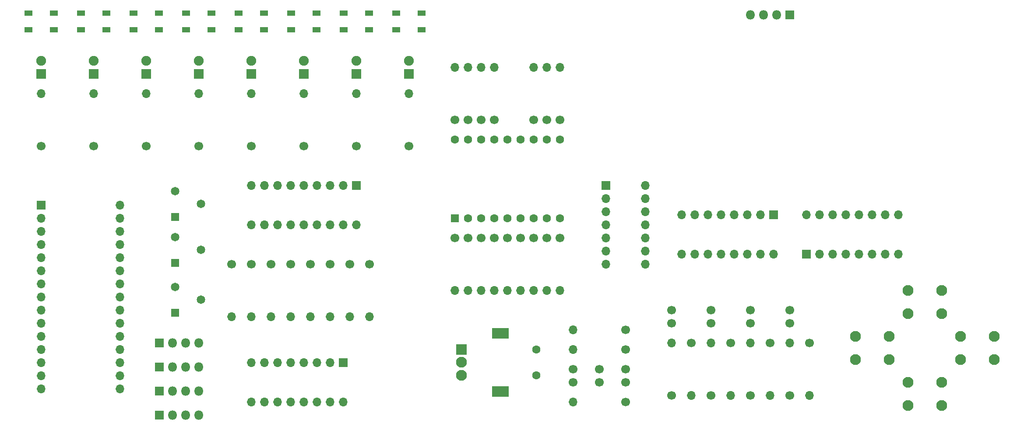
<source format=gts>
G04 #@! TF.GenerationSoftware,KiCad,Pcbnew,(5.1.6)-1*
G04 #@! TF.CreationDate,2020-05-23T11:28:19-07:00*
G04 #@! TF.ProjectId,NanoDemo,4e616e6f-4465-46d6-9f2e-6b696361645f,rev?*
G04 #@! TF.SameCoordinates,Original*
G04 #@! TF.FileFunction,Soldermask,Top*
G04 #@! TF.FilePolarity,Negative*
%FSLAX46Y46*%
G04 Gerber Fmt 4.6, Leading zero omitted, Abs format (unit mm)*
G04 Created by KiCad (PCBNEW (5.1.6)-1) date 2020-05-23 11:28:19*
%MOMM*%
%LPD*%
G01*
G04 APERTURE LIST*
%ADD10C,1.650000*%
%ADD11R,1.650000X1.650000*%
%ADD12O,1.700000X1.700000*%
%ADD13R,1.700000X1.700000*%
%ADD14O,1.800000X1.800000*%
%ADD15R,1.800000X1.800000*%
%ADD16C,1.700000*%
%ADD17C,1.600000*%
%ADD18R,1.600000X1.600000*%
%ADD19C,1.900000*%
%ADD20R,1.900000X1.900000*%
%ADD21R,2.100000X2.100000*%
%ADD22C,2.100000*%
%ADD23R,3.300000X2.100000*%
%ADD24R,1.600000X1.100000*%
G04 APERTURE END LIST*
D10*
G04 #@! TO.C,RV3*
X55038000Y-173268000D03*
D11*
X50038000Y-175768000D03*
D10*
X50038000Y-170768000D03*
G04 #@! TD*
G04 #@! TO.C,RV2*
X55038000Y-163616000D03*
D11*
X50038000Y-166116000D03*
D10*
X50038000Y-161116000D03*
G04 #@! TD*
G04 #@! TO.C,RV1*
X55038000Y-154726000D03*
D11*
X50038000Y-157226000D03*
D10*
X50038000Y-152226000D03*
G04 #@! TD*
D12*
G04 #@! TO.C,U1*
X140970000Y-151130000D03*
X133350000Y-166370000D03*
X140970000Y-153670000D03*
X133350000Y-163830000D03*
X140970000Y-156210000D03*
X133350000Y-161290000D03*
X140970000Y-158750000D03*
X133350000Y-158750000D03*
X140970000Y-161290000D03*
X133350000Y-156210000D03*
X140970000Y-163830000D03*
X133350000Y-153670000D03*
X140970000Y-166370000D03*
D13*
X133350000Y-151130000D03*
G04 #@! TD*
D14*
G04 #@! TO.C,J5*
X161290000Y-118110000D03*
X163830000Y-118110000D03*
X166370000Y-118110000D03*
D15*
X168910000Y-118110000D03*
G04 #@! TD*
D12*
G04 #@! TO.C,U6*
X172085000Y-156845000D03*
X189865000Y-164465000D03*
X174625000Y-156845000D03*
X187325000Y-164465000D03*
X177165000Y-156845000D03*
X184785000Y-164465000D03*
X179705000Y-156845000D03*
X182245000Y-164465000D03*
X182245000Y-156845000D03*
X179705000Y-164465000D03*
X184785000Y-156845000D03*
X177165000Y-164465000D03*
X187325000Y-156845000D03*
X174625000Y-164465000D03*
X189865000Y-156845000D03*
D13*
X172085000Y-164465000D03*
G04 #@! TD*
D12*
G04 #@! TO.C,R43*
X124460000Y-171450000D03*
D16*
X124460000Y-161290000D03*
G04 #@! TD*
D12*
G04 #@! TO.C,R42*
X119380000Y-171450000D03*
D16*
X119380000Y-161290000D03*
G04 #@! TD*
D12*
G04 #@! TO.C,R41*
X119380000Y-128270000D03*
D16*
X119380000Y-138430000D03*
G04 #@! TD*
D12*
G04 #@! TO.C,R40*
X114300000Y-171450000D03*
D16*
X114300000Y-161290000D03*
G04 #@! TD*
D12*
G04 #@! TO.C,R39*
X116840000Y-171450000D03*
D16*
X116840000Y-161290000D03*
G04 #@! TD*
D12*
G04 #@! TO.C,R38*
X121920000Y-171450000D03*
D16*
X121920000Y-161290000D03*
G04 #@! TD*
D12*
G04 #@! TO.C,R37*
X124460000Y-128270000D03*
D16*
X124460000Y-138430000D03*
G04 #@! TD*
D12*
G04 #@! TO.C,R36*
X121920000Y-128270000D03*
D16*
X121920000Y-138430000D03*
G04 #@! TD*
D12*
G04 #@! TO.C,R35*
X111760000Y-171450000D03*
D16*
X111760000Y-161290000D03*
G04 #@! TD*
D12*
G04 #@! TO.C,R34*
X106680000Y-128270000D03*
D16*
X106680000Y-138430000D03*
G04 #@! TD*
D12*
G04 #@! TO.C,R33*
X104140000Y-128270000D03*
D16*
X104140000Y-138430000D03*
G04 #@! TD*
D12*
G04 #@! TO.C,R32*
X104140000Y-171450000D03*
D16*
X104140000Y-161290000D03*
G04 #@! TD*
D12*
G04 #@! TO.C,R31*
X106680000Y-171450000D03*
D16*
X106680000Y-161290000D03*
G04 #@! TD*
D12*
G04 #@! TO.C,R30*
X109220000Y-171450000D03*
D16*
X109220000Y-161290000D03*
G04 #@! TD*
D12*
G04 #@! TO.C,R29*
X111760000Y-128270000D03*
D16*
X111760000Y-138430000D03*
G04 #@! TD*
D12*
G04 #@! TO.C,R28*
X109220000Y-128270000D03*
D16*
X109220000Y-138430000D03*
G04 #@! TD*
D14*
G04 #@! TO.C,J4*
X54610000Y-181630000D03*
X52070000Y-181630000D03*
X49530000Y-181630000D03*
D15*
X46990000Y-181630000D03*
G04 #@! TD*
D14*
G04 #@! TO.C,J3*
X54610000Y-186280000D03*
X52070000Y-186280000D03*
X49530000Y-186280000D03*
D15*
X46990000Y-186280000D03*
G04 #@! TD*
D14*
G04 #@! TO.C,J2*
X54610000Y-190930000D03*
X52070000Y-190930000D03*
X49530000Y-190930000D03*
D15*
X46990000Y-190930000D03*
G04 #@! TD*
D14*
G04 #@! TO.C,J1*
X54610000Y-195580000D03*
X52070000Y-195580000D03*
X49530000Y-195580000D03*
D15*
X46990000Y-195580000D03*
G04 #@! TD*
D12*
G04 #@! TO.C,U5*
X85090000Y-158750000D03*
X64770000Y-151130000D03*
X82550000Y-158750000D03*
X67310000Y-151130000D03*
X80010000Y-158750000D03*
X69850000Y-151130000D03*
X77470000Y-158750000D03*
X72390000Y-151130000D03*
X74930000Y-158750000D03*
X74930000Y-151130000D03*
X72390000Y-158750000D03*
X77470000Y-151130000D03*
X69850000Y-158750000D03*
X80010000Y-151130000D03*
X67310000Y-158750000D03*
X82550000Y-151130000D03*
X64770000Y-158750000D03*
D13*
X85090000Y-151130000D03*
G04 #@! TD*
D12*
G04 #@! TO.C,R27*
X87630000Y-176530000D03*
D16*
X87630000Y-166370000D03*
G04 #@! TD*
D12*
G04 #@! TO.C,R26*
X83820000Y-176530000D03*
D16*
X83820000Y-166370000D03*
G04 #@! TD*
D12*
G04 #@! TO.C,R25*
X80010000Y-176530000D03*
D16*
X80010000Y-166370000D03*
G04 #@! TD*
D12*
G04 #@! TO.C,R24*
X76200000Y-176530000D03*
D16*
X76200000Y-166370000D03*
G04 #@! TD*
D12*
G04 #@! TO.C,R23*
X72390000Y-176530000D03*
D16*
X72390000Y-166370000D03*
G04 #@! TD*
D12*
G04 #@! TO.C,R22*
X68580000Y-176530000D03*
D16*
X68580000Y-166370000D03*
G04 #@! TD*
D12*
G04 #@! TO.C,R21*
X64770000Y-176530000D03*
D16*
X64770000Y-166370000D03*
G04 #@! TD*
D12*
G04 #@! TO.C,R20*
X60960000Y-176530000D03*
D16*
X60960000Y-166370000D03*
G04 #@! TD*
D12*
G04 #@! TO.C,R19*
X24130000Y-133350000D03*
D16*
X24130000Y-143510000D03*
G04 #@! TD*
D12*
G04 #@! TO.C,R18*
X95250000Y-133350000D03*
D16*
X95250000Y-143510000D03*
G04 #@! TD*
D12*
G04 #@! TO.C,R17*
X85090000Y-133350000D03*
D16*
X85090000Y-143510000D03*
G04 #@! TD*
D12*
G04 #@! TO.C,R16*
X74930000Y-133350000D03*
D16*
X74930000Y-143510000D03*
G04 #@! TD*
D12*
G04 #@! TO.C,R15*
X64770000Y-133350000D03*
D16*
X64770000Y-143510000D03*
G04 #@! TD*
D12*
G04 #@! TO.C,R14*
X54610000Y-133350000D03*
D16*
X54610000Y-143510000D03*
G04 #@! TD*
D12*
G04 #@! TO.C,R13*
X44450000Y-133350000D03*
D16*
X44450000Y-143510000D03*
G04 #@! TD*
D12*
G04 #@! TO.C,R12*
X34290000Y-133350000D03*
D16*
X34290000Y-143510000D03*
G04 #@! TD*
D17*
G04 #@! TO.C,DS1*
X104140000Y-142240000D03*
X106680000Y-142240000D03*
X109220000Y-142240000D03*
X111760000Y-142240000D03*
X114300000Y-142240000D03*
X116840000Y-142240000D03*
X119380000Y-142240000D03*
X121920000Y-142240000D03*
X124460000Y-142240000D03*
X124460000Y-157480000D03*
X121920000Y-157480000D03*
X119380000Y-157480000D03*
X116840000Y-157480000D03*
X114300000Y-157480000D03*
X111760000Y-157480000D03*
X109220000Y-157480000D03*
X106680000Y-157480000D03*
D18*
X104140000Y-157480000D03*
G04 #@! TD*
D19*
G04 #@! TO.C,D16*
X95250000Y-127000000D03*
D20*
X95250000Y-129540000D03*
G04 #@! TD*
D19*
G04 #@! TO.C,D15*
X85090000Y-127000000D03*
D20*
X85090000Y-129540000D03*
G04 #@! TD*
D19*
G04 #@! TO.C,D14*
X74930000Y-127000000D03*
D20*
X74930000Y-129540000D03*
G04 #@! TD*
D19*
G04 #@! TO.C,D13*
X64770000Y-127000000D03*
D20*
X64770000Y-129540000D03*
G04 #@! TD*
D19*
G04 #@! TO.C,D12*
X54610000Y-127000000D03*
D20*
X54610000Y-129540000D03*
G04 #@! TD*
D19*
G04 #@! TO.C,D11*
X44450000Y-127000000D03*
D20*
X44450000Y-129540000D03*
G04 #@! TD*
D19*
G04 #@! TO.C,D10*
X34290000Y-127000000D03*
D20*
X34290000Y-129540000D03*
G04 #@! TD*
D21*
G04 #@! TO.C,SW4*
X105410000Y-182880000D03*
D22*
X105410000Y-185380000D03*
X105410000Y-187880000D03*
D23*
X112910000Y-179780000D03*
X112910000Y-190980000D03*
D17*
X119910000Y-182880000D03*
X119910000Y-187880000D03*
G04 #@! TD*
D19*
G04 #@! TO.C,D9*
X24130000Y-127000000D03*
D20*
X24130000Y-129540000D03*
G04 #@! TD*
D12*
G04 #@! TO.C,U4*
X165735000Y-164465000D03*
X147955000Y-156845000D03*
X163195000Y-164465000D03*
X150495000Y-156845000D03*
X160655000Y-164465000D03*
X153035000Y-156845000D03*
X158115000Y-164465000D03*
X155575000Y-156845000D03*
X155575000Y-164465000D03*
X158115000Y-156845000D03*
X153035000Y-164465000D03*
X160655000Y-156845000D03*
X150495000Y-164465000D03*
X163195000Y-156845000D03*
X147955000Y-164465000D03*
D13*
X165735000Y-156845000D03*
G04 #@! TD*
D12*
G04 #@! TO.C,U2*
X82550000Y-193040000D03*
X64770000Y-185420000D03*
X80010000Y-193040000D03*
X67310000Y-185420000D03*
X77470000Y-193040000D03*
X69850000Y-185420000D03*
X74930000Y-193040000D03*
X72390000Y-185420000D03*
X72390000Y-193040000D03*
X74930000Y-185420000D03*
X69850000Y-193040000D03*
X77470000Y-185420000D03*
X67310000Y-193040000D03*
X80010000Y-185420000D03*
X64770000Y-193040000D03*
D13*
X82550000Y-185420000D03*
G04 #@! TD*
D22*
G04 #@! TO.C,SW1*
X188110000Y-180340000D03*
X188110000Y-184840000D03*
X181610000Y-180340000D03*
X181610000Y-184840000D03*
G04 #@! TD*
G04 #@! TO.C,SW5*
X198270000Y-189230000D03*
X198270000Y-193730000D03*
X191770000Y-189230000D03*
X191770000Y-193730000D03*
G04 #@! TD*
G04 #@! TO.C,SW3*
X198270000Y-171450000D03*
X198270000Y-175950000D03*
X191770000Y-171450000D03*
X191770000Y-175950000D03*
G04 #@! TD*
G04 #@! TO.C,SW2*
X208430000Y-180340000D03*
X208430000Y-184840000D03*
X201930000Y-180340000D03*
X201930000Y-184840000D03*
G04 #@! TD*
D12*
G04 #@! TO.C,R11*
X146050000Y-181610000D03*
D16*
X146050000Y-191770000D03*
G04 #@! TD*
D12*
G04 #@! TO.C,R10*
X127000000Y-182880000D03*
D16*
X137160000Y-182880000D03*
G04 #@! TD*
D12*
G04 #@! TO.C,R9*
X149860000Y-191770000D03*
D16*
X149860000Y-181610000D03*
G04 #@! TD*
D12*
G04 #@! TO.C,R8*
X127000000Y-193040000D03*
D16*
X137160000Y-193040000D03*
G04 #@! TD*
D12*
G04 #@! TO.C,R7*
X161290000Y-181610000D03*
D16*
X161290000Y-191770000D03*
G04 #@! TD*
D12*
G04 #@! TO.C,R6*
X165100000Y-191770000D03*
D16*
X165100000Y-181610000D03*
G04 #@! TD*
D12*
G04 #@! TO.C,R5*
X127000000Y-179070000D03*
D16*
X137160000Y-179070000D03*
G04 #@! TD*
D12*
G04 #@! TO.C,R4*
X153670000Y-181610000D03*
D16*
X153670000Y-191770000D03*
G04 #@! TD*
D12*
G04 #@! TO.C,R3*
X157480000Y-191770000D03*
D16*
X157480000Y-181610000D03*
G04 #@! TD*
D12*
G04 #@! TO.C,R2*
X168910000Y-181610000D03*
D16*
X168910000Y-191770000D03*
G04 #@! TD*
D12*
G04 #@! TO.C,R1*
X172720000Y-191770000D03*
D16*
X172720000Y-181610000D03*
G04 #@! TD*
G04 #@! TO.C,C7*
X146050000Y-175300000D03*
X146050000Y-177800000D03*
G04 #@! TD*
G04 #@! TO.C,C6*
X132080000Y-186730000D03*
X132080000Y-189230000D03*
G04 #@! TD*
G04 #@! TO.C,C5*
X127000000Y-186730000D03*
X127000000Y-189230000D03*
G04 #@! TD*
G04 #@! TO.C,C4*
X161290000Y-175300000D03*
X161290000Y-177800000D03*
G04 #@! TD*
G04 #@! TO.C,C3*
X137160000Y-186730000D03*
X137160000Y-189230000D03*
G04 #@! TD*
G04 #@! TO.C,C2*
X153670000Y-175300000D03*
X153670000Y-177800000D03*
G04 #@! TD*
G04 #@! TO.C,C1*
X168910000Y-175300000D03*
X168910000Y-177800000D03*
G04 #@! TD*
D24*
G04 #@! TO.C,D8*
X92800000Y-117780000D03*
X92800000Y-120980000D03*
X97700000Y-117780000D03*
X97700000Y-120980000D03*
G04 #@! TD*
G04 #@! TO.C,D7*
X82640000Y-117780000D03*
X82640000Y-120980000D03*
X87540000Y-117780000D03*
X87540000Y-120980000D03*
G04 #@! TD*
G04 #@! TO.C,D6*
X72480000Y-117780000D03*
X72480000Y-120980000D03*
X77380000Y-117780000D03*
X77380000Y-120980000D03*
G04 #@! TD*
G04 #@! TO.C,D5*
X62320000Y-117780000D03*
X62320000Y-120980000D03*
X67220000Y-117780000D03*
X67220000Y-120980000D03*
G04 #@! TD*
G04 #@! TO.C,D4*
X52160000Y-117780000D03*
X52160000Y-120980000D03*
X57060000Y-117780000D03*
X57060000Y-120980000D03*
G04 #@! TD*
G04 #@! TO.C,D3*
X42000000Y-117780000D03*
X42000000Y-120980000D03*
X46900000Y-117780000D03*
X46900000Y-120980000D03*
G04 #@! TD*
G04 #@! TO.C,D2*
X31840000Y-117780000D03*
X31840000Y-120980000D03*
X36740000Y-117780000D03*
X36740000Y-120980000D03*
G04 #@! TD*
G04 #@! TO.C,D1*
X21680000Y-117780000D03*
X21680000Y-120980000D03*
X26580000Y-117780000D03*
X26580000Y-120980000D03*
G04 #@! TD*
D12*
G04 #@! TO.C,A1*
X39370000Y-190500000D03*
X24130000Y-190500000D03*
X39370000Y-154940000D03*
X24130000Y-187960000D03*
X39370000Y-157480000D03*
X24130000Y-185420000D03*
X39370000Y-160020000D03*
X24130000Y-182880000D03*
X39370000Y-162560000D03*
X24130000Y-180340000D03*
X39370000Y-165100000D03*
X24130000Y-177800000D03*
X39370000Y-167640000D03*
X24130000Y-175260000D03*
X39370000Y-170180000D03*
X24130000Y-172720000D03*
X39370000Y-172720000D03*
X24130000Y-170180000D03*
X39370000Y-175260000D03*
X24130000Y-167640000D03*
X39370000Y-177800000D03*
X24130000Y-165100000D03*
X39370000Y-180340000D03*
X24130000Y-162560000D03*
X39370000Y-182880000D03*
X24130000Y-160020000D03*
X39370000Y-185420000D03*
X24130000Y-157480000D03*
X39370000Y-187960000D03*
D13*
X24130000Y-154940000D03*
G04 #@! TD*
M02*

</source>
